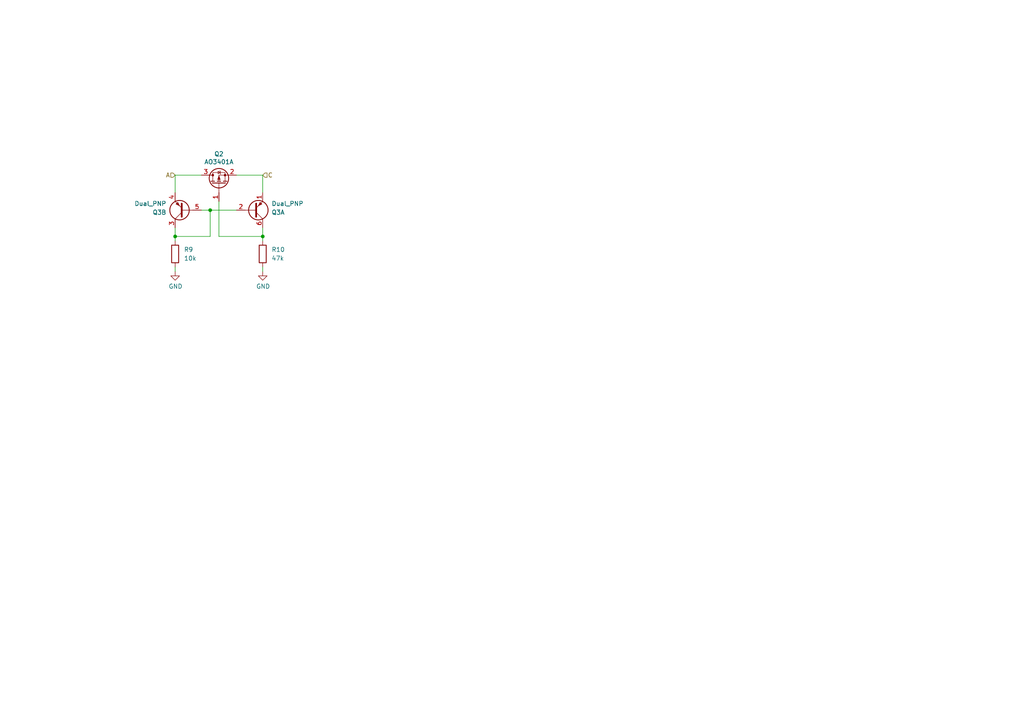
<source format=kicad_sch>
(kicad_sch (version 20230121) (generator eeschema)
  (paper "A4")
  (lib_symbols
    (symbol "Device:Q_Dual_PNP_PNP_E1B1C2E2B2C1" (pin_names (offset 0) hide)
      (property "Reference" "Q" (at 5.08 1.27 0))
      (property "Value" "Q_Dual_PNP_PNP_E1B1C2E2B2C1" (at 5.08 -1.27 0))
      (symbol "Q_Dual_PNP_PNP_E1B1C2E2B2C1_0_1"
        (polyline (pts (xy 0.635 0) (xy -2.54 0)))
        (polyline (pts (xy 0.635 0.635) (xy 2.54 2.54)))
        (polyline (pts (xy 0.635 -0.635) (xy 2.54 -2.54) (xy 2.54 -2.54)))
        (polyline (pts (xy 0.635 1.905) (xy 0.635 -1.905) (xy 0.635 -1.905)) (stroke (width 0.508)))
        (polyline (pts (xy 2.286 -1.778) (xy 1.778 -2.286) (xy 1.27 -1.27) (xy 2.286 -1.778) (xy 2.286 -1.778)) (fill (type outline)))
        (circle (center 1.27 0) (radius 2.8194) (stroke (width 0.254)))
      )
      (symbol "Q_Dual_PNP_PNP_E1B1C2E2B2C1_1_1"
        (pin passive line (at 2.54 -5.08 90) (length 2.54) (name "E1") (number "1"))
        (pin input line (at -5.08 0 0) (length 2.54) (name "B1") (number "2"))
        (pin passive line (at 2.54 5.08 270) (length 2.54) (name "C1") (number "6"))
      )
      (symbol "Q_Dual_PNP_PNP_E1B1C2E2B2C1_2_1"
        (pin passive line (at 2.54 5.08 270) (length 2.54) (name "C2") (number "3"))
        (pin passive line (at 2.54 -5.08 90) (length 2.54) (name "E2") (number "4"))
        (pin input line (at -5.08 0 0) (length 2.54) (name "B2") (number "5"))
      )
    )
    (symbol "Device:R" (pin_numbers hide) (pin_names (offset 0))
      (property "Reference" "R" (at 2.032 0 90))
      (property "Value" "R" (at 0 0 90))
      (symbol "R_0_1"
        (rectangle (start -1.016 -2.54) (end 1.016 2.54) (stroke (width 0.254)))
      )
      (symbol "R_1_1"
        (pin passive line (at 0 3.81 270) (length 1.27) (name "~") (number "1"))
        (pin passive line (at 0 -3.81 90) (length 1.27) (name "~") (number "2"))
      )
    )
    (symbol "Transistor_FET:AO3401A" (pin_names (offset 0) hide)
      (property "Reference" "Q" (at 5.08 1.905 0))
      (property "Value" "AO3401A" (at 5.08 0 0))
      (symbol "AO3401A_0_1"
        (polyline (pts (xy -2.54 0) (xy 0.254 0)))
        (polyline (pts (xy 0.762 -1.778) (xy 2.54 -1.778)))
        (polyline (pts (xy 0.762 -1.27) (xy 0.762 -2.286)) (stroke (width 0.254)))
        (polyline (pts (xy 0.762 0) (xy 2.54 0)))
        (polyline (pts (xy 0.762 0.508) (xy 0.762 -0.508)) (stroke (width 0.254)))
        (polyline (pts (xy 0.762 1.778) (xy 2.54 1.778)))
        (polyline (pts (xy 0.762 2.286) (xy 0.762 1.27)) (stroke (width 0.254)))
        (polyline (pts (xy 2.54 -1.778) (xy 2.54 -2.54)))
        (polyline (pts (xy 2.54 -1.778) (xy 2.54 0)))
        (polyline (pts (xy 2.54 2.54) (xy 2.54 1.778)))
        (polyline (pts (xy 0.254 1.905) (xy 0.254 -1.905) (xy 0.254 -1.905)) (stroke (width 0.254)))
        (polyline (pts (xy 2.286 0) (xy 1.27 -0.381) (xy 1.27 0.381) (xy 2.286 0)) (fill (type outline)))
        (polyline (pts (xy 2.54 -1.778) (xy 3.302 -1.778) (xy 3.302 1.778) (xy 2.54 1.778)))
        (polyline (pts (xy 2.794 -0.508) (xy 2.921 -0.381) (xy 3.683 -0.381) (xy 3.81 -0.254)))
        (polyline (pts (xy 3.302 -0.381) (xy 2.921 0.254) (xy 3.683 0.254) (xy 3.302 -0.381)))
        (circle (center 1.651 0) (radius 2.8194) (stroke (width 0.254)))
        (circle (center 2.54 -1.778) (radius 0.2794) (fill (type outline)))
        (circle (center 2.54 1.778) (radius 0.2794) (fill (type outline)))
      )
      (symbol "AO3401A_1_1"
        (pin input line (at -5.08 0 0) (length 2.54) (name "G") (number "1"))
        (pin passive line (at 2.54 -5.08 90) (length 2.54) (name "S") (number "2"))
        (pin passive line (at 2.54 5.08 270) (length 2.54) (name "D") (number "3"))
      )
    )
    (symbol "power:GND" (power) (pin_names (offset 0))
      (property "Value" "GND" (at 0 -3.81 0))
      (symbol "GND_0_1"
        (polyline (pts (xy 0 0) (xy 0 -1.27) (xy 1.27 -1.27) (xy 0 -2.54) (xy -1.27 -1.27) (xy 0 -1.27)))
      )
      (symbol "GND_1_1"
        (pin power_in line (at 0 0 270) (length 0) hide (name "GND") (number "1"))
      )
    )
  )
  (junction (at 60.96 60.96))
  (junction (at 50.8 68.58))
  (junction (at 76.2 68.58))
  (wire (pts (xy 76.2 66.04) (xy 76.2 68.58)))
  (wire (pts (xy 76.2 68.58) (xy 63.5 68.58)))
  (wire (pts (xy 76.2 68.58) (xy 76.2 69.85)))
  (wire (pts (xy 50.8 77.47) (xy 50.8 78.74)))
  (wire (pts (xy 50.8 68.58) (xy 60.96 68.58)))
  (wire (pts (xy 68.58 50.8) (xy 76.2 50.8)))
  (wire (pts (xy 50.8 50.8) (xy 58.42 50.8)))
  (wire (pts (xy 58.42 60.96) (xy 60.96 60.96)))
  (wire (pts (xy 60.96 68.58) (xy 60.96 60.96)))
  (wire (pts (xy 63.5 58.42) (xy 63.5 68.58)))
  (wire (pts (xy 50.8 68.58) (xy 50.8 69.85)))
  (wire (pts (xy 76.2 77.47) (xy 76.2 78.74)))
  (wire (pts (xy 60.96 60.96) (xy 68.58 60.96)))
  (wire (pts (xy 50.8 66.04) (xy 50.8 68.58)))
  (wire (pts (xy 50.8 55.88) (xy 50.8 50.8)))
  (wire (pts (xy 76.2 50.8) (xy 76.2 55.88)))
  (hierarchical_label "C" (shape input) (at 76.2 50.8 0))
  (hierarchical_label "A" (shape input) (at 50.8 50.8 180))
  (symbol (lib_id "Transistor_FET:AO3401A") (at 63.5 53.34 90) (unit 1)
    (property "Reference" "Q2" (at 63.5 44.6594 90))
    (property "Value" "AO3401A" (at 63.5 46.9581 90))
    (property "Footprint" "Package_TO_SOT_SMD:SOT-23" (effects hide))
    (property "Datasheet" "http://www.aosmd.com/pdfs/datasheet/AO3401A.pdf" (effects hide))
    (property "LCSC" "C15127" (effects hide))
    (property "MPN" "AO3401A" (effects hide))
    (instances (project "chubby-hat" (path "" (reference "Q2") (unit 1)) (path "" (reference "Q4") (unit 1))) (project "rtl8762ckf-dev-board" (path "" (reference "Q2") (unit 1))))
  )
  (symbol (lib_id "Device:Q_Dual_PNP_PNP_E1B1C2E2B2C1") (at 73.66 60.96 0) (mirror x) (unit 1)
    (property "Reference" "Q3" (at 78.74 61.595 0) (effects (justify left)))
    (property "Value" "Dual_PNP" (at 78.74 59.055 0) (effects (justify left)))
    (property "Footprint" "Package_TO_SOT_SMD:SOT-363_SC-70-6" (effects hide))
    (property "Datasheet" "https://datasheet.lcsc.com/lcsc/2202131900_CBI-MMDT3906DW-K3N_C2836075.pdf" (effects hide))
    (property "LCSC" "C2836075" (effects hide))
  )
  (symbol (lib_id "power:GND") (at 50.8 78.74 0) (unit 1)
    (property "Reference" "#PWR068" (effects hide))
    (property "Value" "GND" (at 50.9143 83.0644 0))
    (instances (project "chubby-hat" (path "" (reference "#PWR068") (unit 1)) (path "" (reference "#PWR070") (unit 1))) (project "rtl8762ckf-dev-board" (path "" (reference "#PWR031") (unit 1))))
  )
  (symbol (lib_id "Device:Q_Dual_PNP_PNP_E1B1C2E2B2C1") (at 53.34 60.96 180) (unit 2)
    (property "Reference" "Q3" (at 48.26 61.595 0) (effects (justify left)))
    (property "Value" "Dual_PNP" (at 48.26 59.055 0) (effects (justify left)))
    (property "Footprint" "Package_TO_SOT_SMD:SOT-363_SC-70-6" (effects hide))
    (property "Datasheet" "https://datasheet.lcsc.com/lcsc/2202131900_CBI-MMDT3906DW-K3N_C2836075.pdf" (effects hide))
    (property "LCSC" "C2836075" (effects hide))
  )
  (symbol (lib_id "power:GND") (at 76.2 78.74 0) (unit 1)
    (property "Reference" "#PWR069" (effects hide))
    (property "Value" "GND" (at 76.3143 83.0644 0))
    (instances (project "chubby-hat" (path "" (reference "#PWR069") (unit 1)) (path "" (reference "#PWR071") (unit 1))) (project "rtl8762ckf-dev-board" (path "" (reference "#PWR032") (unit 1))))
  )
  (symbol (lib_id "Device:R") (at 76.2 73.66 180) (unit 1)
    (property "Reference" "R10" (at 78.74 72.3899 0) (effects (justify right)))
    (property "Value" "47k" (at 78.74 74.9299 0) (effects (justify right)))
    (property "Footprint" "Resistor_SMD:R_0402_1005Metric" (effects hide))
    (property "LCSC" "C25792" (effects hide))
    (property "MPN" "0402WGF4702TCE" (effects hide))
    (instances (project "chubby-hat" (path "" (reference "R10") (unit 1)) (path "" (reference "R12") (unit 1))) (project "rtl8762ckf-dev-board" (path "" (reference "R9") (unit 1))))
  )
  (symbol (lib_id "Device:R") (at 50.8 73.66 180) (unit 1)
    (property "Reference" "R9" (at 53.34 72.3899 0) (effects (justify right)))
    (property "Value" "10k" (at 53.34 74.9299 0) (effects (justify right)))
    (property "Footprint" "Resistor_SMD:R_0402_1005Metric" (effects hide))
    (property "Datasheet" "https://datasheet.lcsc.com/lcsc/2205311900_UNI-ROYAL-Uniroyal-Elec-0402WGF100KTCE_C25086.pdf" (effects hide))
    (property "LCSC" "C25086" (effects hide))
    (property "MPN" "0402WGF100KTCE" (effects hide))
    (instances (project "chubby-hat" (path "" (reference "R9") (unit 1)) (path "" (reference "R11") (unit 1))) (project "rtl8762ckf-dev-board" (path "" (reference "R8") (unit 1))))
  )
)
</source>
